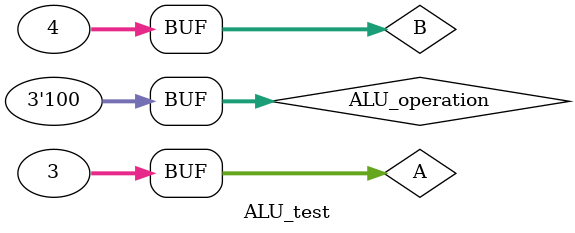
<source format=v>
`timescale 1ns / 1ps


module ALU_test;

	// Inputs
	reg [31:0] A;
	reg [31:0] B;
	reg [2:0] ALU_operation;

	// Outputs
	wire [31:0] Result;
	wire Zero;

	// Instantiate the Unit Under Test (UUT)
	ALU uut (
		.A(A), 
		.B(B), 
		.ALU_operation(ALU_operation), 
		.Result(Result), 
		.Zero(Zero)
	);

	initial begin
		// Initialize Inputs
		A = 0;
		B = 0;
		ALU_operation = 0;

		// Wait 100 ns for global reset to finish
		#100;
        
		// Add stimulus here
		A = 32'h00000001;
		B = 32'h00000002;
		ALU_operation = 3'b000;
		
		#100;
		A = 32'h00000003;
		B = 32'h00000003;
		ALU_operation = 3'b100;
		
		#100;
		A = 32'h00000003;
		B = 32'h00000004;
		ALU_operation = 3'b100;
	end
      
endmodule


</source>
